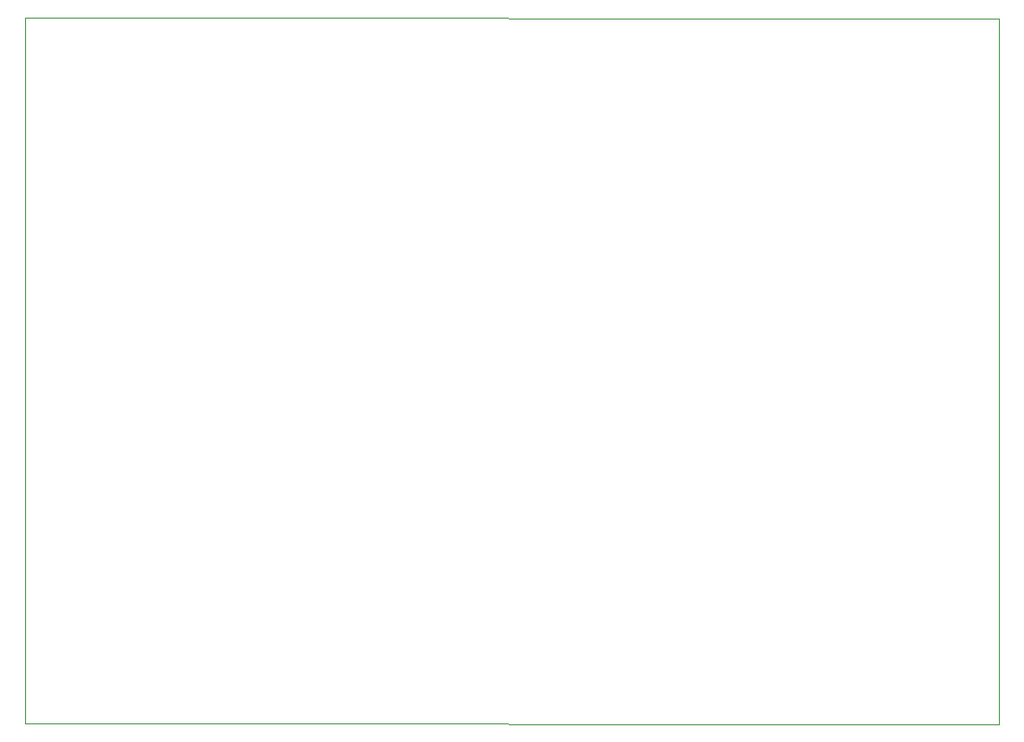
<source format=gbr>
G04 #@! TF.GenerationSoftware,KiCad,Pcbnew,5.1.5+dfsg1-2build2*
G04 #@! TF.CreationDate,2021-08-29T19:27:31-07:00*
G04 #@! TF.ProjectId,Telemetry Board,54656c65-6d65-4747-9279-20426f617264,rev?*
G04 #@! TF.SameCoordinates,Original*
G04 #@! TF.FileFunction,Profile,NP*
%FSLAX46Y46*%
G04 Gerber Fmt 4.6, Leading zero omitted, Abs format (unit mm)*
G04 Created by KiCad (PCBNEW 5.1.5+dfsg1-2build2) date 2021-08-29 19:27:31*
%MOMM*%
%LPD*%
G04 APERTURE LIST*
%ADD10C,0.050000*%
G04 APERTURE END LIST*
D10*
X124079000Y-68199000D02*
X124079000Y-132461000D01*
X212793000Y-68250000D02*
X212793000Y-132507000D01*
X124079000Y-132461000D02*
X212793000Y-132507000D01*
X124079000Y-68199000D02*
X212793000Y-68250000D01*
M02*

</source>
